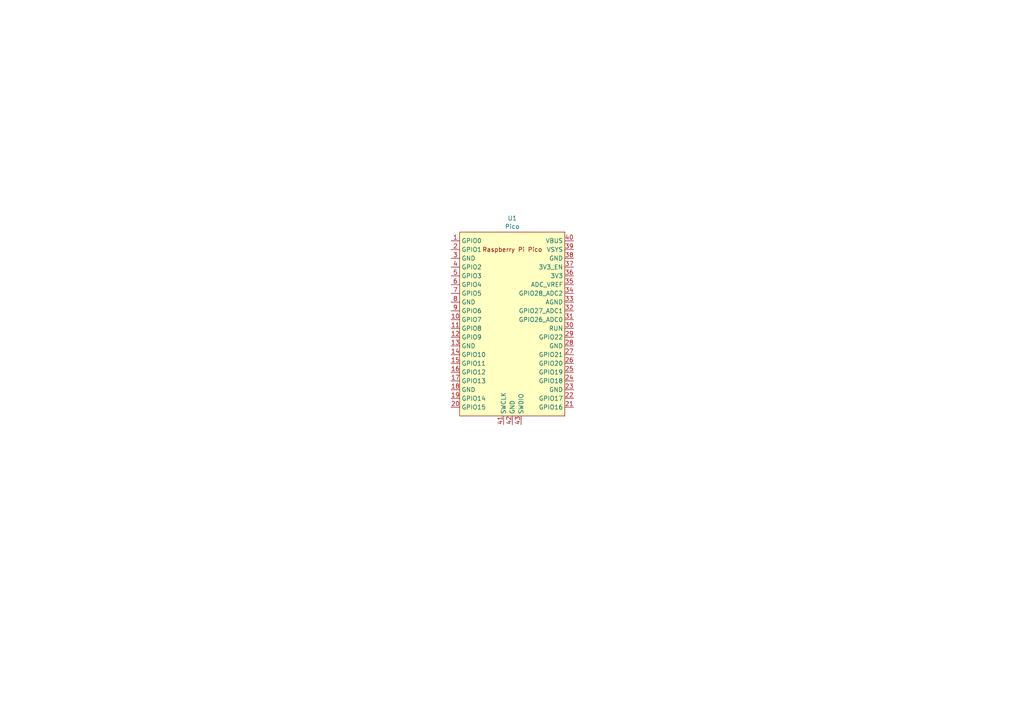
<source format=kicad_sch>
(kicad_sch (version 20231120) (generator "eeschema") (generator_version "8.0")
  (paper "A4")
  (lib_symbols
    (symbol "KiCad-RP-Pico:Pico"
      (property "Reference" "U" (at -13.97 27.94 0))
      (property "Value" "Pico" (at 0 19.05 0))
      (symbol "Pico_0_0"
        (text "Raspberry Pi Pico" (at 0 21.59 0) (effects (font (size 1.27 1.27))))
      )
      (symbol "Pico_0_1"
        (rectangle (start -15.24 26.67) (end 15.24 -26.67) (fill (type background)))
      )
      (symbol "Pico_1_1"
        (pin bidirectional line (at -17.78 24.13 0) (length 2.54) (name "GPIO0") (number "1"))
        (pin bidirectional line (at -17.78 1.27 0) (length 2.54) (name "GPIO7") (number "10"))
        (pin bidirectional line (at -17.78 -1.27 0) (length 2.54) (name "GPIO8") (number "11"))
        (pin bidirectional line (at -17.78 -3.81 0) (length 2.54) (name "GPIO9") (number "12"))
        (pin power_in line (at -17.78 -6.35 0) (length 2.54) (name "GND") (number "13"))
        (pin bidirectional line (at -17.78 -8.89 0) (length 2.54) (name "GPIO10") (number "14"))
        (pin bidirectional line (at -17.78 -11.43 0) (length 2.54) (name "GPIO11") (number "15"))
        (pin bidirectional line (at -17.78 -13.97 0) (length 2.54) (name "GPIO12") (number "16"))
        (pin bidirectional line (at -17.78 -16.51 0) (length 2.54) (name "GPIO13") (number "17"))
        (pin power_in line (at -17.78 -19.05 0) (length 2.54) (name "GND") (number "18"))
        (pin bidirectional line (at -17.78 -21.59 0) (length 2.54) (name "GPIO14") (number "19"))
        (pin bidirectional line (at -17.78 21.59 0) (length 2.54) (name "GPIO1") (number "2"))
        (pin bidirectional line (at -17.78 -24.13 0) (length 2.54) (name "GPIO15") (number "20"))
        (pin bidirectional line (at 17.78 -24.13 180) (length 2.54) (name "GPIO16") (number "21"))
        (pin bidirectional line (at 17.78 -21.59 180) (length 2.54) (name "GPIO17") (number "22"))
        (pin power_in line (at 17.78 -19.05 180) (length 2.54) (name "GND") (number "23"))
        (pin bidirectional line (at 17.78 -16.51 180) (length 2.54) (name "GPIO18") (number "24"))
        (pin bidirectional line (at 17.78 -13.97 180) (length 2.54) (name "GPIO19") (number "25"))
        (pin bidirectional line (at 17.78 -11.43 180) (length 2.54) (name "GPIO20") (number "26"))
        (pin bidirectional line (at 17.78 -8.89 180) (length 2.54) (name "GPIO21") (number "27"))
        (pin power_in line (at 17.78 -6.35 180) (length 2.54) (name "GND") (number "28"))
        (pin bidirectional line (at 17.78 -3.81 180) (length 2.54) (name "GPIO22") (number "29"))
        (pin power_in line (at -17.78 19.05 0) (length 2.54) (name "GND") (number "3"))
        (pin input line (at 17.78 -1.27 180) (length 2.54) (name "RUN") (number "30"))
        (pin bidirectional line (at 17.78 1.27 180) (length 2.54) (name "GPIO26_ADC0") (number "31"))
        (pin bidirectional line (at 17.78 3.81 180) (length 2.54) (name "GPIO27_ADC1") (number "32"))
        (pin power_in line (at 17.78 6.35 180) (length 2.54) (name "AGND") (number "33"))
        (pin bidirectional line (at 17.78 8.89 180) (length 2.54) (name "GPIO28_ADC2") (number "34"))
        (pin input line (at 17.78 11.43 180) (length 2.54) (name "ADC_VREF") (number "35"))
        (pin power_out line (at 17.78 13.97 180) (length 2.54) (name "3V3") (number "36"))
        (pin input line (at 17.78 16.51 180) (length 2.54) (name "3V3_EN") (number "37"))
        (pin power_in line (at 17.78 19.05 180) (length 2.54) (name "GND") (number "38"))
        (pin power_in line (at 17.78 21.59 180) (length 2.54) (name "VSYS") (number "39"))
        (pin bidirectional line (at -17.78 16.51 0) (length 2.54) (name "GPIO2") (number "4"))
        (pin power_in line (at 17.78 24.13 180) (length 2.54) (name "VBUS") (number "40"))
        (pin input line (at -2.54 -29.21 90) (length 2.54) (name "SWCLK") (number "41"))
        (pin power_in line (at 0 -29.21 90) (length 2.54) (name "GND") (number "42"))
        (pin bidirectional line (at 2.54 -29.21 90) (length 2.54) (name "SWDIO") (number "43"))
        (pin bidirectional line (at -17.78 13.97 0) (length 2.54) (name "GPIO3") (number "5"))
        (pin bidirectional line (at -17.78 11.43 0) (length 2.54) (name "GPIO4") (number "6"))
        (pin bidirectional line (at -17.78 8.89 0) (length 2.54) (name "GPIO5") (number "7"))
        (pin power_in line (at -17.78 6.35 0) (length 2.54) (name "GND") (number "8"))
        (pin bidirectional line (at -17.78 3.81 0) (length 2.54) (name "GPIO6") (number "9"))
      )
    )
  )
  (symbol (lib_id "KiCad-RP-Pico:Pico") (at 148.59 93.98 0) (unit 1)
    (property "Reference" "U1" (at 148.59 63.2925 0))
    (property "Value" "Pico" (at 148.59 65.7168 0))
    (property "Footprint" "MCU_RaspberryPi_and_Boards:RPi_Pico_SMD_TH" (effects (hide yes)))
  )
)
</source>
